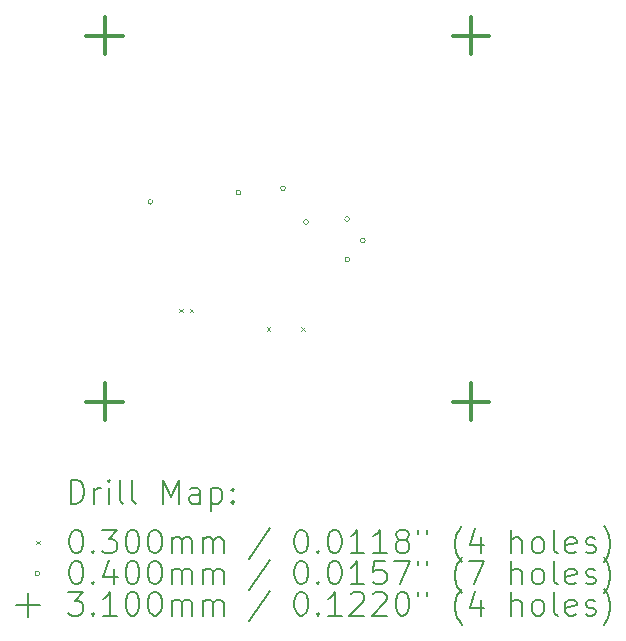
<source format=gbr>
%TF.GenerationSoftware,KiCad,Pcbnew,7.0.9*%
%TF.CreationDate,2024-01-18T20:36:03-05:00*%
%TF.ProjectId,mt6835-nema17,6d743638-3335-42d6-9e65-6d6131372e6b,rev?*%
%TF.SameCoordinates,PX85e0760PY599de50*%
%TF.FileFunction,Drillmap*%
%TF.FilePolarity,Positive*%
%FSLAX45Y45*%
G04 Gerber Fmt 4.5, Leading zero omitted, Abs format (unit mm)*
G04 Created by KiCad (PCBNEW 7.0.9) date 2024-01-18 20:36:03*
%MOMM*%
%LPD*%
G01*
G04 APERTURE LIST*
%ADD10C,0.200000*%
%ADD11C,0.100000*%
%ADD12C,0.310000*%
G04 APERTURE END LIST*
D10*
D11*
X-922000Y-762000D02*
X-892000Y-792000D01*
X-892000Y-762000D02*
X-922000Y-792000D01*
X-831000Y-762000D02*
X-801000Y-792000D01*
X-801000Y-762000D02*
X-831000Y-792000D01*
X-178000Y-920000D02*
X-148000Y-950000D01*
X-148000Y-920000D02*
X-178000Y-950000D01*
X112000Y-921000D02*
X142000Y-951000D01*
X142000Y-921000D02*
X112000Y-951000D01*
X-1145000Y142000D02*
G75*
G03*
X-1145000Y142000I-20000J0D01*
G01*
X-398000Y221000D02*
G75*
G03*
X-398000Y221000I-20000J0D01*
G01*
X-21000Y257000D02*
G75*
G03*
X-21000Y257000I-20000J0D01*
G01*
X174000Y-29000D02*
G75*
G03*
X174000Y-29000I-20000J0D01*
G01*
X522000Y-3000D02*
G75*
G03*
X522000Y-3000I-20000J0D01*
G01*
X524000Y-345000D02*
G75*
G03*
X524000Y-345000I-20000J0D01*
G01*
X655000Y-183000D02*
G75*
G03*
X655000Y-183000I-20000J0D01*
G01*
D12*
X-1550000Y1705000D02*
X-1550000Y1395000D01*
X-1705000Y1550000D02*
X-1395000Y1550000D01*
X-1550000Y-1395000D02*
X-1550000Y-1705000D01*
X-1705000Y-1550000D02*
X-1395000Y-1550000D01*
X1550000Y1705000D02*
X1550000Y1395000D01*
X1395000Y1550000D02*
X1705000Y1550000D01*
X1550000Y-1395000D02*
X1550000Y-1705000D01*
X1395000Y-1550000D02*
X1705000Y-1550000D01*
D10*
X-1840023Y-2412284D02*
X-1840023Y-2212284D01*
X-1840023Y-2212284D02*
X-1792404Y-2212284D01*
X-1792404Y-2212284D02*
X-1763833Y-2221808D01*
X-1763833Y-2221808D02*
X-1744785Y-2240855D01*
X-1744785Y-2240855D02*
X-1735261Y-2259903D01*
X-1735261Y-2259903D02*
X-1725737Y-2297998D01*
X-1725737Y-2297998D02*
X-1725737Y-2326570D01*
X-1725737Y-2326570D02*
X-1735261Y-2364665D01*
X-1735261Y-2364665D02*
X-1744785Y-2383712D01*
X-1744785Y-2383712D02*
X-1763833Y-2402760D01*
X-1763833Y-2402760D02*
X-1792404Y-2412284D01*
X-1792404Y-2412284D02*
X-1840023Y-2412284D01*
X-1640023Y-2412284D02*
X-1640023Y-2278950D01*
X-1640023Y-2317046D02*
X-1630499Y-2297998D01*
X-1630499Y-2297998D02*
X-1620976Y-2288474D01*
X-1620976Y-2288474D02*
X-1601928Y-2278950D01*
X-1601928Y-2278950D02*
X-1582880Y-2278950D01*
X-1516214Y-2412284D02*
X-1516214Y-2278950D01*
X-1516214Y-2212284D02*
X-1525737Y-2221808D01*
X-1525737Y-2221808D02*
X-1516214Y-2231331D01*
X-1516214Y-2231331D02*
X-1506690Y-2221808D01*
X-1506690Y-2221808D02*
X-1516214Y-2212284D01*
X-1516214Y-2212284D02*
X-1516214Y-2231331D01*
X-1392404Y-2412284D02*
X-1411452Y-2402760D01*
X-1411452Y-2402760D02*
X-1420976Y-2383712D01*
X-1420976Y-2383712D02*
X-1420976Y-2212284D01*
X-1287642Y-2412284D02*
X-1306690Y-2402760D01*
X-1306690Y-2402760D02*
X-1316214Y-2383712D01*
X-1316214Y-2383712D02*
X-1316214Y-2212284D01*
X-1059071Y-2412284D02*
X-1059071Y-2212284D01*
X-1059071Y-2212284D02*
X-992404Y-2355141D01*
X-992404Y-2355141D02*
X-925737Y-2212284D01*
X-925737Y-2212284D02*
X-925737Y-2412284D01*
X-744785Y-2412284D02*
X-744785Y-2307522D01*
X-744785Y-2307522D02*
X-754309Y-2288474D01*
X-754309Y-2288474D02*
X-773356Y-2278950D01*
X-773356Y-2278950D02*
X-811452Y-2278950D01*
X-811452Y-2278950D02*
X-830499Y-2288474D01*
X-744785Y-2402760D02*
X-763833Y-2412284D01*
X-763833Y-2412284D02*
X-811452Y-2412284D01*
X-811452Y-2412284D02*
X-830499Y-2402760D01*
X-830499Y-2402760D02*
X-840023Y-2383712D01*
X-840023Y-2383712D02*
X-840023Y-2364665D01*
X-840023Y-2364665D02*
X-830499Y-2345617D01*
X-830499Y-2345617D02*
X-811452Y-2336093D01*
X-811452Y-2336093D02*
X-763833Y-2336093D01*
X-763833Y-2336093D02*
X-744785Y-2326570D01*
X-649547Y-2278950D02*
X-649547Y-2478950D01*
X-649547Y-2288474D02*
X-630499Y-2278950D01*
X-630499Y-2278950D02*
X-592404Y-2278950D01*
X-592404Y-2278950D02*
X-573357Y-2288474D01*
X-573357Y-2288474D02*
X-563833Y-2297998D01*
X-563833Y-2297998D02*
X-554309Y-2317046D01*
X-554309Y-2317046D02*
X-554309Y-2374189D01*
X-554309Y-2374189D02*
X-563833Y-2393236D01*
X-563833Y-2393236D02*
X-573357Y-2402760D01*
X-573357Y-2402760D02*
X-592404Y-2412284D01*
X-592404Y-2412284D02*
X-630499Y-2412284D01*
X-630499Y-2412284D02*
X-649547Y-2402760D01*
X-468595Y-2393236D02*
X-459071Y-2402760D01*
X-459071Y-2402760D02*
X-468595Y-2412284D01*
X-468595Y-2412284D02*
X-478118Y-2402760D01*
X-478118Y-2402760D02*
X-468595Y-2393236D01*
X-468595Y-2393236D02*
X-468595Y-2412284D01*
X-468595Y-2288474D02*
X-459071Y-2297998D01*
X-459071Y-2297998D02*
X-468595Y-2307522D01*
X-468595Y-2307522D02*
X-478118Y-2297998D01*
X-478118Y-2297998D02*
X-468595Y-2288474D01*
X-468595Y-2288474D02*
X-468595Y-2307522D01*
D11*
X-2130800Y-2725800D02*
X-2100800Y-2755800D01*
X-2100800Y-2725800D02*
X-2130800Y-2755800D01*
D10*
X-1801928Y-2632284D02*
X-1782880Y-2632284D01*
X-1782880Y-2632284D02*
X-1763833Y-2641808D01*
X-1763833Y-2641808D02*
X-1754309Y-2651331D01*
X-1754309Y-2651331D02*
X-1744785Y-2670379D01*
X-1744785Y-2670379D02*
X-1735261Y-2708474D01*
X-1735261Y-2708474D02*
X-1735261Y-2756093D01*
X-1735261Y-2756093D02*
X-1744785Y-2794189D01*
X-1744785Y-2794189D02*
X-1754309Y-2813236D01*
X-1754309Y-2813236D02*
X-1763833Y-2822760D01*
X-1763833Y-2822760D02*
X-1782880Y-2832284D01*
X-1782880Y-2832284D02*
X-1801928Y-2832284D01*
X-1801928Y-2832284D02*
X-1820976Y-2822760D01*
X-1820976Y-2822760D02*
X-1830499Y-2813236D01*
X-1830499Y-2813236D02*
X-1840023Y-2794189D01*
X-1840023Y-2794189D02*
X-1849547Y-2756093D01*
X-1849547Y-2756093D02*
X-1849547Y-2708474D01*
X-1849547Y-2708474D02*
X-1840023Y-2670379D01*
X-1840023Y-2670379D02*
X-1830499Y-2651331D01*
X-1830499Y-2651331D02*
X-1820976Y-2641808D01*
X-1820976Y-2641808D02*
X-1801928Y-2632284D01*
X-1649547Y-2813236D02*
X-1640023Y-2822760D01*
X-1640023Y-2822760D02*
X-1649547Y-2832284D01*
X-1649547Y-2832284D02*
X-1659071Y-2822760D01*
X-1659071Y-2822760D02*
X-1649547Y-2813236D01*
X-1649547Y-2813236D02*
X-1649547Y-2832284D01*
X-1573356Y-2632284D02*
X-1449547Y-2632284D01*
X-1449547Y-2632284D02*
X-1516214Y-2708474D01*
X-1516214Y-2708474D02*
X-1487642Y-2708474D01*
X-1487642Y-2708474D02*
X-1468595Y-2717998D01*
X-1468595Y-2717998D02*
X-1459071Y-2727522D01*
X-1459071Y-2727522D02*
X-1449547Y-2746570D01*
X-1449547Y-2746570D02*
X-1449547Y-2794189D01*
X-1449547Y-2794189D02*
X-1459071Y-2813236D01*
X-1459071Y-2813236D02*
X-1468595Y-2822760D01*
X-1468595Y-2822760D02*
X-1487642Y-2832284D01*
X-1487642Y-2832284D02*
X-1544785Y-2832284D01*
X-1544785Y-2832284D02*
X-1563833Y-2822760D01*
X-1563833Y-2822760D02*
X-1573356Y-2813236D01*
X-1325738Y-2632284D02*
X-1306690Y-2632284D01*
X-1306690Y-2632284D02*
X-1287642Y-2641808D01*
X-1287642Y-2641808D02*
X-1278118Y-2651331D01*
X-1278118Y-2651331D02*
X-1268595Y-2670379D01*
X-1268595Y-2670379D02*
X-1259071Y-2708474D01*
X-1259071Y-2708474D02*
X-1259071Y-2756093D01*
X-1259071Y-2756093D02*
X-1268595Y-2794189D01*
X-1268595Y-2794189D02*
X-1278118Y-2813236D01*
X-1278118Y-2813236D02*
X-1287642Y-2822760D01*
X-1287642Y-2822760D02*
X-1306690Y-2832284D01*
X-1306690Y-2832284D02*
X-1325738Y-2832284D01*
X-1325738Y-2832284D02*
X-1344785Y-2822760D01*
X-1344785Y-2822760D02*
X-1354309Y-2813236D01*
X-1354309Y-2813236D02*
X-1363833Y-2794189D01*
X-1363833Y-2794189D02*
X-1373357Y-2756093D01*
X-1373357Y-2756093D02*
X-1373357Y-2708474D01*
X-1373357Y-2708474D02*
X-1363833Y-2670379D01*
X-1363833Y-2670379D02*
X-1354309Y-2651331D01*
X-1354309Y-2651331D02*
X-1344785Y-2641808D01*
X-1344785Y-2641808D02*
X-1325738Y-2632284D01*
X-1135261Y-2632284D02*
X-1116214Y-2632284D01*
X-1116214Y-2632284D02*
X-1097166Y-2641808D01*
X-1097166Y-2641808D02*
X-1087642Y-2651331D01*
X-1087642Y-2651331D02*
X-1078118Y-2670379D01*
X-1078118Y-2670379D02*
X-1068595Y-2708474D01*
X-1068595Y-2708474D02*
X-1068595Y-2756093D01*
X-1068595Y-2756093D02*
X-1078118Y-2794189D01*
X-1078118Y-2794189D02*
X-1087642Y-2813236D01*
X-1087642Y-2813236D02*
X-1097166Y-2822760D01*
X-1097166Y-2822760D02*
X-1116214Y-2832284D01*
X-1116214Y-2832284D02*
X-1135261Y-2832284D01*
X-1135261Y-2832284D02*
X-1154309Y-2822760D01*
X-1154309Y-2822760D02*
X-1163833Y-2813236D01*
X-1163833Y-2813236D02*
X-1173357Y-2794189D01*
X-1173357Y-2794189D02*
X-1182880Y-2756093D01*
X-1182880Y-2756093D02*
X-1182880Y-2708474D01*
X-1182880Y-2708474D02*
X-1173357Y-2670379D01*
X-1173357Y-2670379D02*
X-1163833Y-2651331D01*
X-1163833Y-2651331D02*
X-1154309Y-2641808D01*
X-1154309Y-2641808D02*
X-1135261Y-2632284D01*
X-982880Y-2832284D02*
X-982880Y-2698950D01*
X-982880Y-2717998D02*
X-973356Y-2708474D01*
X-973356Y-2708474D02*
X-954309Y-2698950D01*
X-954309Y-2698950D02*
X-925737Y-2698950D01*
X-925737Y-2698950D02*
X-906690Y-2708474D01*
X-906690Y-2708474D02*
X-897166Y-2727522D01*
X-897166Y-2727522D02*
X-897166Y-2832284D01*
X-897166Y-2727522D02*
X-887642Y-2708474D01*
X-887642Y-2708474D02*
X-868595Y-2698950D01*
X-868595Y-2698950D02*
X-840023Y-2698950D01*
X-840023Y-2698950D02*
X-820975Y-2708474D01*
X-820975Y-2708474D02*
X-811452Y-2727522D01*
X-811452Y-2727522D02*
X-811452Y-2832284D01*
X-716214Y-2832284D02*
X-716214Y-2698950D01*
X-716214Y-2717998D02*
X-706690Y-2708474D01*
X-706690Y-2708474D02*
X-687642Y-2698950D01*
X-687642Y-2698950D02*
X-659071Y-2698950D01*
X-659071Y-2698950D02*
X-640023Y-2708474D01*
X-640023Y-2708474D02*
X-630499Y-2727522D01*
X-630499Y-2727522D02*
X-630499Y-2832284D01*
X-630499Y-2727522D02*
X-620976Y-2708474D01*
X-620976Y-2708474D02*
X-601928Y-2698950D01*
X-601928Y-2698950D02*
X-573357Y-2698950D01*
X-573357Y-2698950D02*
X-554309Y-2708474D01*
X-554309Y-2708474D02*
X-544785Y-2727522D01*
X-544785Y-2727522D02*
X-544785Y-2832284D01*
X-154309Y-2622760D02*
X-325737Y-2879903D01*
X102834Y-2632284D02*
X121882Y-2632284D01*
X121882Y-2632284D02*
X140929Y-2641808D01*
X140929Y-2641808D02*
X150453Y-2651331D01*
X150453Y-2651331D02*
X159977Y-2670379D01*
X159977Y-2670379D02*
X169501Y-2708474D01*
X169501Y-2708474D02*
X169501Y-2756093D01*
X169501Y-2756093D02*
X159977Y-2794189D01*
X159977Y-2794189D02*
X150453Y-2813236D01*
X150453Y-2813236D02*
X140929Y-2822760D01*
X140929Y-2822760D02*
X121882Y-2832284D01*
X121882Y-2832284D02*
X102834Y-2832284D01*
X102834Y-2832284D02*
X83787Y-2822760D01*
X83787Y-2822760D02*
X74263Y-2813236D01*
X74263Y-2813236D02*
X64739Y-2794189D01*
X64739Y-2794189D02*
X55215Y-2756093D01*
X55215Y-2756093D02*
X55215Y-2708474D01*
X55215Y-2708474D02*
X64739Y-2670379D01*
X64739Y-2670379D02*
X74263Y-2651331D01*
X74263Y-2651331D02*
X83787Y-2641808D01*
X83787Y-2641808D02*
X102834Y-2632284D01*
X255215Y-2813236D02*
X264739Y-2822760D01*
X264739Y-2822760D02*
X255215Y-2832284D01*
X255215Y-2832284D02*
X245691Y-2822760D01*
X245691Y-2822760D02*
X255215Y-2813236D01*
X255215Y-2813236D02*
X255215Y-2832284D01*
X388548Y-2632284D02*
X407596Y-2632284D01*
X407596Y-2632284D02*
X426644Y-2641808D01*
X426644Y-2641808D02*
X436167Y-2651331D01*
X436167Y-2651331D02*
X445691Y-2670379D01*
X445691Y-2670379D02*
X455215Y-2708474D01*
X455215Y-2708474D02*
X455215Y-2756093D01*
X455215Y-2756093D02*
X445691Y-2794189D01*
X445691Y-2794189D02*
X436167Y-2813236D01*
X436167Y-2813236D02*
X426644Y-2822760D01*
X426644Y-2822760D02*
X407596Y-2832284D01*
X407596Y-2832284D02*
X388548Y-2832284D01*
X388548Y-2832284D02*
X369501Y-2822760D01*
X369501Y-2822760D02*
X359977Y-2813236D01*
X359977Y-2813236D02*
X350453Y-2794189D01*
X350453Y-2794189D02*
X340929Y-2756093D01*
X340929Y-2756093D02*
X340929Y-2708474D01*
X340929Y-2708474D02*
X350453Y-2670379D01*
X350453Y-2670379D02*
X359977Y-2651331D01*
X359977Y-2651331D02*
X369501Y-2641808D01*
X369501Y-2641808D02*
X388548Y-2632284D01*
X645691Y-2832284D02*
X531406Y-2832284D01*
X588548Y-2832284D02*
X588548Y-2632284D01*
X588548Y-2632284D02*
X569501Y-2660855D01*
X569501Y-2660855D02*
X550453Y-2679903D01*
X550453Y-2679903D02*
X531406Y-2689427D01*
X836167Y-2832284D02*
X721882Y-2832284D01*
X779025Y-2832284D02*
X779025Y-2632284D01*
X779025Y-2632284D02*
X759977Y-2660855D01*
X759977Y-2660855D02*
X740929Y-2679903D01*
X740929Y-2679903D02*
X721882Y-2689427D01*
X950453Y-2717998D02*
X931406Y-2708474D01*
X931406Y-2708474D02*
X921882Y-2698950D01*
X921882Y-2698950D02*
X912358Y-2679903D01*
X912358Y-2679903D02*
X912358Y-2670379D01*
X912358Y-2670379D02*
X921882Y-2651331D01*
X921882Y-2651331D02*
X931406Y-2641808D01*
X931406Y-2641808D02*
X950453Y-2632284D01*
X950453Y-2632284D02*
X988548Y-2632284D01*
X988548Y-2632284D02*
X1007596Y-2641808D01*
X1007596Y-2641808D02*
X1017120Y-2651331D01*
X1017120Y-2651331D02*
X1026644Y-2670379D01*
X1026644Y-2670379D02*
X1026644Y-2679903D01*
X1026644Y-2679903D02*
X1017120Y-2698950D01*
X1017120Y-2698950D02*
X1007596Y-2708474D01*
X1007596Y-2708474D02*
X988548Y-2717998D01*
X988548Y-2717998D02*
X950453Y-2717998D01*
X950453Y-2717998D02*
X931406Y-2727522D01*
X931406Y-2727522D02*
X921882Y-2737046D01*
X921882Y-2737046D02*
X912358Y-2756093D01*
X912358Y-2756093D02*
X912358Y-2794189D01*
X912358Y-2794189D02*
X921882Y-2813236D01*
X921882Y-2813236D02*
X931406Y-2822760D01*
X931406Y-2822760D02*
X950453Y-2832284D01*
X950453Y-2832284D02*
X988548Y-2832284D01*
X988548Y-2832284D02*
X1007596Y-2822760D01*
X1007596Y-2822760D02*
X1017120Y-2813236D01*
X1017120Y-2813236D02*
X1026644Y-2794189D01*
X1026644Y-2794189D02*
X1026644Y-2756093D01*
X1026644Y-2756093D02*
X1017120Y-2737046D01*
X1017120Y-2737046D02*
X1007596Y-2727522D01*
X1007596Y-2727522D02*
X988548Y-2717998D01*
X1102834Y-2632284D02*
X1102834Y-2670379D01*
X1179025Y-2632284D02*
X1179025Y-2670379D01*
X1474263Y-2908474D02*
X1464739Y-2898950D01*
X1464739Y-2898950D02*
X1445691Y-2870379D01*
X1445691Y-2870379D02*
X1436168Y-2851331D01*
X1436168Y-2851331D02*
X1426644Y-2822760D01*
X1426644Y-2822760D02*
X1417120Y-2775141D01*
X1417120Y-2775141D02*
X1417120Y-2737046D01*
X1417120Y-2737046D02*
X1426644Y-2689427D01*
X1426644Y-2689427D02*
X1436168Y-2660855D01*
X1436168Y-2660855D02*
X1445691Y-2641808D01*
X1445691Y-2641808D02*
X1464739Y-2613236D01*
X1464739Y-2613236D02*
X1474263Y-2603712D01*
X1636168Y-2698950D02*
X1636168Y-2832284D01*
X1588548Y-2622760D02*
X1540929Y-2765617D01*
X1540929Y-2765617D02*
X1664739Y-2765617D01*
X1893310Y-2832284D02*
X1893310Y-2632284D01*
X1979025Y-2832284D02*
X1979025Y-2727522D01*
X1979025Y-2727522D02*
X1969501Y-2708474D01*
X1969501Y-2708474D02*
X1950453Y-2698950D01*
X1950453Y-2698950D02*
X1921882Y-2698950D01*
X1921882Y-2698950D02*
X1902834Y-2708474D01*
X1902834Y-2708474D02*
X1893310Y-2717998D01*
X2102834Y-2832284D02*
X2083787Y-2822760D01*
X2083787Y-2822760D02*
X2074263Y-2813236D01*
X2074263Y-2813236D02*
X2064739Y-2794189D01*
X2064739Y-2794189D02*
X2064739Y-2737046D01*
X2064739Y-2737046D02*
X2074263Y-2717998D01*
X2074263Y-2717998D02*
X2083787Y-2708474D01*
X2083787Y-2708474D02*
X2102834Y-2698950D01*
X2102834Y-2698950D02*
X2131406Y-2698950D01*
X2131406Y-2698950D02*
X2150453Y-2708474D01*
X2150453Y-2708474D02*
X2159977Y-2717998D01*
X2159977Y-2717998D02*
X2169501Y-2737046D01*
X2169501Y-2737046D02*
X2169501Y-2794189D01*
X2169501Y-2794189D02*
X2159977Y-2813236D01*
X2159977Y-2813236D02*
X2150453Y-2822760D01*
X2150453Y-2822760D02*
X2131406Y-2832284D01*
X2131406Y-2832284D02*
X2102834Y-2832284D01*
X2283787Y-2832284D02*
X2264739Y-2822760D01*
X2264739Y-2822760D02*
X2255215Y-2803712D01*
X2255215Y-2803712D02*
X2255215Y-2632284D01*
X2436168Y-2822760D02*
X2417120Y-2832284D01*
X2417120Y-2832284D02*
X2379025Y-2832284D01*
X2379025Y-2832284D02*
X2359977Y-2822760D01*
X2359977Y-2822760D02*
X2350453Y-2803712D01*
X2350453Y-2803712D02*
X2350453Y-2727522D01*
X2350453Y-2727522D02*
X2359977Y-2708474D01*
X2359977Y-2708474D02*
X2379025Y-2698950D01*
X2379025Y-2698950D02*
X2417120Y-2698950D01*
X2417120Y-2698950D02*
X2436168Y-2708474D01*
X2436168Y-2708474D02*
X2445692Y-2727522D01*
X2445692Y-2727522D02*
X2445692Y-2746570D01*
X2445692Y-2746570D02*
X2350453Y-2765617D01*
X2521882Y-2822760D02*
X2540930Y-2832284D01*
X2540930Y-2832284D02*
X2579025Y-2832284D01*
X2579025Y-2832284D02*
X2598073Y-2822760D01*
X2598073Y-2822760D02*
X2607596Y-2803712D01*
X2607596Y-2803712D02*
X2607596Y-2794189D01*
X2607596Y-2794189D02*
X2598073Y-2775141D01*
X2598073Y-2775141D02*
X2579025Y-2765617D01*
X2579025Y-2765617D02*
X2550453Y-2765617D01*
X2550453Y-2765617D02*
X2531406Y-2756093D01*
X2531406Y-2756093D02*
X2521882Y-2737046D01*
X2521882Y-2737046D02*
X2521882Y-2727522D01*
X2521882Y-2727522D02*
X2531406Y-2708474D01*
X2531406Y-2708474D02*
X2550453Y-2698950D01*
X2550453Y-2698950D02*
X2579025Y-2698950D01*
X2579025Y-2698950D02*
X2598073Y-2708474D01*
X2674263Y-2908474D02*
X2683787Y-2898950D01*
X2683787Y-2898950D02*
X2702834Y-2870379D01*
X2702834Y-2870379D02*
X2712358Y-2851331D01*
X2712358Y-2851331D02*
X2721882Y-2822760D01*
X2721882Y-2822760D02*
X2731406Y-2775141D01*
X2731406Y-2775141D02*
X2731406Y-2737046D01*
X2731406Y-2737046D02*
X2721882Y-2689427D01*
X2721882Y-2689427D02*
X2712358Y-2660855D01*
X2712358Y-2660855D02*
X2702834Y-2641808D01*
X2702834Y-2641808D02*
X2683787Y-2613236D01*
X2683787Y-2613236D02*
X2674263Y-2603712D01*
D11*
X-2100800Y-3004800D02*
G75*
G03*
X-2100800Y-3004800I-20000J0D01*
G01*
D10*
X-1801928Y-2896284D02*
X-1782880Y-2896284D01*
X-1782880Y-2896284D02*
X-1763833Y-2905808D01*
X-1763833Y-2905808D02*
X-1754309Y-2915331D01*
X-1754309Y-2915331D02*
X-1744785Y-2934379D01*
X-1744785Y-2934379D02*
X-1735261Y-2972474D01*
X-1735261Y-2972474D02*
X-1735261Y-3020093D01*
X-1735261Y-3020093D02*
X-1744785Y-3058188D01*
X-1744785Y-3058188D02*
X-1754309Y-3077236D01*
X-1754309Y-3077236D02*
X-1763833Y-3086760D01*
X-1763833Y-3086760D02*
X-1782880Y-3096284D01*
X-1782880Y-3096284D02*
X-1801928Y-3096284D01*
X-1801928Y-3096284D02*
X-1820976Y-3086760D01*
X-1820976Y-3086760D02*
X-1830499Y-3077236D01*
X-1830499Y-3077236D02*
X-1840023Y-3058188D01*
X-1840023Y-3058188D02*
X-1849547Y-3020093D01*
X-1849547Y-3020093D02*
X-1849547Y-2972474D01*
X-1849547Y-2972474D02*
X-1840023Y-2934379D01*
X-1840023Y-2934379D02*
X-1830499Y-2915331D01*
X-1830499Y-2915331D02*
X-1820976Y-2905808D01*
X-1820976Y-2905808D02*
X-1801928Y-2896284D01*
X-1649547Y-3077236D02*
X-1640023Y-3086760D01*
X-1640023Y-3086760D02*
X-1649547Y-3096284D01*
X-1649547Y-3096284D02*
X-1659071Y-3086760D01*
X-1659071Y-3086760D02*
X-1649547Y-3077236D01*
X-1649547Y-3077236D02*
X-1649547Y-3096284D01*
X-1468595Y-2962950D02*
X-1468595Y-3096284D01*
X-1516214Y-2886760D02*
X-1563833Y-3029617D01*
X-1563833Y-3029617D02*
X-1440023Y-3029617D01*
X-1325738Y-2896284D02*
X-1306690Y-2896284D01*
X-1306690Y-2896284D02*
X-1287642Y-2905808D01*
X-1287642Y-2905808D02*
X-1278118Y-2915331D01*
X-1278118Y-2915331D02*
X-1268595Y-2934379D01*
X-1268595Y-2934379D02*
X-1259071Y-2972474D01*
X-1259071Y-2972474D02*
X-1259071Y-3020093D01*
X-1259071Y-3020093D02*
X-1268595Y-3058188D01*
X-1268595Y-3058188D02*
X-1278118Y-3077236D01*
X-1278118Y-3077236D02*
X-1287642Y-3086760D01*
X-1287642Y-3086760D02*
X-1306690Y-3096284D01*
X-1306690Y-3096284D02*
X-1325738Y-3096284D01*
X-1325738Y-3096284D02*
X-1344785Y-3086760D01*
X-1344785Y-3086760D02*
X-1354309Y-3077236D01*
X-1354309Y-3077236D02*
X-1363833Y-3058188D01*
X-1363833Y-3058188D02*
X-1373357Y-3020093D01*
X-1373357Y-3020093D02*
X-1373357Y-2972474D01*
X-1373357Y-2972474D02*
X-1363833Y-2934379D01*
X-1363833Y-2934379D02*
X-1354309Y-2915331D01*
X-1354309Y-2915331D02*
X-1344785Y-2905808D01*
X-1344785Y-2905808D02*
X-1325738Y-2896284D01*
X-1135261Y-2896284D02*
X-1116214Y-2896284D01*
X-1116214Y-2896284D02*
X-1097166Y-2905808D01*
X-1097166Y-2905808D02*
X-1087642Y-2915331D01*
X-1087642Y-2915331D02*
X-1078118Y-2934379D01*
X-1078118Y-2934379D02*
X-1068595Y-2972474D01*
X-1068595Y-2972474D02*
X-1068595Y-3020093D01*
X-1068595Y-3020093D02*
X-1078118Y-3058188D01*
X-1078118Y-3058188D02*
X-1087642Y-3077236D01*
X-1087642Y-3077236D02*
X-1097166Y-3086760D01*
X-1097166Y-3086760D02*
X-1116214Y-3096284D01*
X-1116214Y-3096284D02*
X-1135261Y-3096284D01*
X-1135261Y-3096284D02*
X-1154309Y-3086760D01*
X-1154309Y-3086760D02*
X-1163833Y-3077236D01*
X-1163833Y-3077236D02*
X-1173357Y-3058188D01*
X-1173357Y-3058188D02*
X-1182880Y-3020093D01*
X-1182880Y-3020093D02*
X-1182880Y-2972474D01*
X-1182880Y-2972474D02*
X-1173357Y-2934379D01*
X-1173357Y-2934379D02*
X-1163833Y-2915331D01*
X-1163833Y-2915331D02*
X-1154309Y-2905808D01*
X-1154309Y-2905808D02*
X-1135261Y-2896284D01*
X-982880Y-3096284D02*
X-982880Y-2962950D01*
X-982880Y-2981998D02*
X-973356Y-2972474D01*
X-973356Y-2972474D02*
X-954309Y-2962950D01*
X-954309Y-2962950D02*
X-925737Y-2962950D01*
X-925737Y-2962950D02*
X-906690Y-2972474D01*
X-906690Y-2972474D02*
X-897166Y-2991522D01*
X-897166Y-2991522D02*
X-897166Y-3096284D01*
X-897166Y-2991522D02*
X-887642Y-2972474D01*
X-887642Y-2972474D02*
X-868595Y-2962950D01*
X-868595Y-2962950D02*
X-840023Y-2962950D01*
X-840023Y-2962950D02*
X-820975Y-2972474D01*
X-820975Y-2972474D02*
X-811452Y-2991522D01*
X-811452Y-2991522D02*
X-811452Y-3096284D01*
X-716214Y-3096284D02*
X-716214Y-2962950D01*
X-716214Y-2981998D02*
X-706690Y-2972474D01*
X-706690Y-2972474D02*
X-687642Y-2962950D01*
X-687642Y-2962950D02*
X-659071Y-2962950D01*
X-659071Y-2962950D02*
X-640023Y-2972474D01*
X-640023Y-2972474D02*
X-630499Y-2991522D01*
X-630499Y-2991522D02*
X-630499Y-3096284D01*
X-630499Y-2991522D02*
X-620976Y-2972474D01*
X-620976Y-2972474D02*
X-601928Y-2962950D01*
X-601928Y-2962950D02*
X-573357Y-2962950D01*
X-573357Y-2962950D02*
X-554309Y-2972474D01*
X-554309Y-2972474D02*
X-544785Y-2991522D01*
X-544785Y-2991522D02*
X-544785Y-3096284D01*
X-154309Y-2886760D02*
X-325737Y-3143903D01*
X102834Y-2896284D02*
X121882Y-2896284D01*
X121882Y-2896284D02*
X140929Y-2905808D01*
X140929Y-2905808D02*
X150453Y-2915331D01*
X150453Y-2915331D02*
X159977Y-2934379D01*
X159977Y-2934379D02*
X169501Y-2972474D01*
X169501Y-2972474D02*
X169501Y-3020093D01*
X169501Y-3020093D02*
X159977Y-3058188D01*
X159977Y-3058188D02*
X150453Y-3077236D01*
X150453Y-3077236D02*
X140929Y-3086760D01*
X140929Y-3086760D02*
X121882Y-3096284D01*
X121882Y-3096284D02*
X102834Y-3096284D01*
X102834Y-3096284D02*
X83787Y-3086760D01*
X83787Y-3086760D02*
X74263Y-3077236D01*
X74263Y-3077236D02*
X64739Y-3058188D01*
X64739Y-3058188D02*
X55215Y-3020093D01*
X55215Y-3020093D02*
X55215Y-2972474D01*
X55215Y-2972474D02*
X64739Y-2934379D01*
X64739Y-2934379D02*
X74263Y-2915331D01*
X74263Y-2915331D02*
X83787Y-2905808D01*
X83787Y-2905808D02*
X102834Y-2896284D01*
X255215Y-3077236D02*
X264739Y-3086760D01*
X264739Y-3086760D02*
X255215Y-3096284D01*
X255215Y-3096284D02*
X245691Y-3086760D01*
X245691Y-3086760D02*
X255215Y-3077236D01*
X255215Y-3077236D02*
X255215Y-3096284D01*
X388548Y-2896284D02*
X407596Y-2896284D01*
X407596Y-2896284D02*
X426644Y-2905808D01*
X426644Y-2905808D02*
X436167Y-2915331D01*
X436167Y-2915331D02*
X445691Y-2934379D01*
X445691Y-2934379D02*
X455215Y-2972474D01*
X455215Y-2972474D02*
X455215Y-3020093D01*
X455215Y-3020093D02*
X445691Y-3058188D01*
X445691Y-3058188D02*
X436167Y-3077236D01*
X436167Y-3077236D02*
X426644Y-3086760D01*
X426644Y-3086760D02*
X407596Y-3096284D01*
X407596Y-3096284D02*
X388548Y-3096284D01*
X388548Y-3096284D02*
X369501Y-3086760D01*
X369501Y-3086760D02*
X359977Y-3077236D01*
X359977Y-3077236D02*
X350453Y-3058188D01*
X350453Y-3058188D02*
X340929Y-3020093D01*
X340929Y-3020093D02*
X340929Y-2972474D01*
X340929Y-2972474D02*
X350453Y-2934379D01*
X350453Y-2934379D02*
X359977Y-2915331D01*
X359977Y-2915331D02*
X369501Y-2905808D01*
X369501Y-2905808D02*
X388548Y-2896284D01*
X645691Y-3096284D02*
X531406Y-3096284D01*
X588548Y-3096284D02*
X588548Y-2896284D01*
X588548Y-2896284D02*
X569501Y-2924855D01*
X569501Y-2924855D02*
X550453Y-2943903D01*
X550453Y-2943903D02*
X531406Y-2953427D01*
X826644Y-2896284D02*
X731406Y-2896284D01*
X731406Y-2896284D02*
X721882Y-2991522D01*
X721882Y-2991522D02*
X731406Y-2981998D01*
X731406Y-2981998D02*
X750453Y-2972474D01*
X750453Y-2972474D02*
X798072Y-2972474D01*
X798072Y-2972474D02*
X817120Y-2981998D01*
X817120Y-2981998D02*
X826644Y-2991522D01*
X826644Y-2991522D02*
X836167Y-3010569D01*
X836167Y-3010569D02*
X836167Y-3058188D01*
X836167Y-3058188D02*
X826644Y-3077236D01*
X826644Y-3077236D02*
X817120Y-3086760D01*
X817120Y-3086760D02*
X798072Y-3096284D01*
X798072Y-3096284D02*
X750453Y-3096284D01*
X750453Y-3096284D02*
X731406Y-3086760D01*
X731406Y-3086760D02*
X721882Y-3077236D01*
X902834Y-2896284D02*
X1036167Y-2896284D01*
X1036167Y-2896284D02*
X950453Y-3096284D01*
X1102834Y-2896284D02*
X1102834Y-2934379D01*
X1179025Y-2896284D02*
X1179025Y-2934379D01*
X1474263Y-3172474D02*
X1464739Y-3162950D01*
X1464739Y-3162950D02*
X1445691Y-3134379D01*
X1445691Y-3134379D02*
X1436168Y-3115331D01*
X1436168Y-3115331D02*
X1426644Y-3086760D01*
X1426644Y-3086760D02*
X1417120Y-3039141D01*
X1417120Y-3039141D02*
X1417120Y-3001046D01*
X1417120Y-3001046D02*
X1426644Y-2953427D01*
X1426644Y-2953427D02*
X1436168Y-2924855D01*
X1436168Y-2924855D02*
X1445691Y-2905808D01*
X1445691Y-2905808D02*
X1464739Y-2877236D01*
X1464739Y-2877236D02*
X1474263Y-2867712D01*
X1531406Y-2896284D02*
X1664739Y-2896284D01*
X1664739Y-2896284D02*
X1579025Y-3096284D01*
X1893310Y-3096284D02*
X1893310Y-2896284D01*
X1979025Y-3096284D02*
X1979025Y-2991522D01*
X1979025Y-2991522D02*
X1969501Y-2972474D01*
X1969501Y-2972474D02*
X1950453Y-2962950D01*
X1950453Y-2962950D02*
X1921882Y-2962950D01*
X1921882Y-2962950D02*
X1902834Y-2972474D01*
X1902834Y-2972474D02*
X1893310Y-2981998D01*
X2102834Y-3096284D02*
X2083787Y-3086760D01*
X2083787Y-3086760D02*
X2074263Y-3077236D01*
X2074263Y-3077236D02*
X2064739Y-3058188D01*
X2064739Y-3058188D02*
X2064739Y-3001046D01*
X2064739Y-3001046D02*
X2074263Y-2981998D01*
X2074263Y-2981998D02*
X2083787Y-2972474D01*
X2083787Y-2972474D02*
X2102834Y-2962950D01*
X2102834Y-2962950D02*
X2131406Y-2962950D01*
X2131406Y-2962950D02*
X2150453Y-2972474D01*
X2150453Y-2972474D02*
X2159977Y-2981998D01*
X2159977Y-2981998D02*
X2169501Y-3001046D01*
X2169501Y-3001046D02*
X2169501Y-3058188D01*
X2169501Y-3058188D02*
X2159977Y-3077236D01*
X2159977Y-3077236D02*
X2150453Y-3086760D01*
X2150453Y-3086760D02*
X2131406Y-3096284D01*
X2131406Y-3096284D02*
X2102834Y-3096284D01*
X2283787Y-3096284D02*
X2264739Y-3086760D01*
X2264739Y-3086760D02*
X2255215Y-3067712D01*
X2255215Y-3067712D02*
X2255215Y-2896284D01*
X2436168Y-3086760D02*
X2417120Y-3096284D01*
X2417120Y-3096284D02*
X2379025Y-3096284D01*
X2379025Y-3096284D02*
X2359977Y-3086760D01*
X2359977Y-3086760D02*
X2350453Y-3067712D01*
X2350453Y-3067712D02*
X2350453Y-2991522D01*
X2350453Y-2991522D02*
X2359977Y-2972474D01*
X2359977Y-2972474D02*
X2379025Y-2962950D01*
X2379025Y-2962950D02*
X2417120Y-2962950D01*
X2417120Y-2962950D02*
X2436168Y-2972474D01*
X2436168Y-2972474D02*
X2445692Y-2991522D01*
X2445692Y-2991522D02*
X2445692Y-3010569D01*
X2445692Y-3010569D02*
X2350453Y-3029617D01*
X2521882Y-3086760D02*
X2540930Y-3096284D01*
X2540930Y-3096284D02*
X2579025Y-3096284D01*
X2579025Y-3096284D02*
X2598073Y-3086760D01*
X2598073Y-3086760D02*
X2607596Y-3067712D01*
X2607596Y-3067712D02*
X2607596Y-3058188D01*
X2607596Y-3058188D02*
X2598073Y-3039141D01*
X2598073Y-3039141D02*
X2579025Y-3029617D01*
X2579025Y-3029617D02*
X2550453Y-3029617D01*
X2550453Y-3029617D02*
X2531406Y-3020093D01*
X2531406Y-3020093D02*
X2521882Y-3001046D01*
X2521882Y-3001046D02*
X2521882Y-2991522D01*
X2521882Y-2991522D02*
X2531406Y-2972474D01*
X2531406Y-2972474D02*
X2550453Y-2962950D01*
X2550453Y-2962950D02*
X2579025Y-2962950D01*
X2579025Y-2962950D02*
X2598073Y-2972474D01*
X2674263Y-3172474D02*
X2683787Y-3162950D01*
X2683787Y-3162950D02*
X2702834Y-3134379D01*
X2702834Y-3134379D02*
X2712358Y-3115331D01*
X2712358Y-3115331D02*
X2721882Y-3086760D01*
X2721882Y-3086760D02*
X2731406Y-3039141D01*
X2731406Y-3039141D02*
X2731406Y-3001046D01*
X2731406Y-3001046D02*
X2721882Y-2953427D01*
X2721882Y-2953427D02*
X2712358Y-2924855D01*
X2712358Y-2924855D02*
X2702834Y-2905808D01*
X2702834Y-2905808D02*
X2683787Y-2877236D01*
X2683787Y-2877236D02*
X2674263Y-2867712D01*
X-2200800Y-3168800D02*
X-2200800Y-3368800D01*
X-2300800Y-3268800D02*
X-2100800Y-3268800D01*
X-1859071Y-3160284D02*
X-1735261Y-3160284D01*
X-1735261Y-3160284D02*
X-1801928Y-3236474D01*
X-1801928Y-3236474D02*
X-1773356Y-3236474D01*
X-1773356Y-3236474D02*
X-1754309Y-3245998D01*
X-1754309Y-3245998D02*
X-1744785Y-3255522D01*
X-1744785Y-3255522D02*
X-1735261Y-3274569D01*
X-1735261Y-3274569D02*
X-1735261Y-3322188D01*
X-1735261Y-3322188D02*
X-1744785Y-3341236D01*
X-1744785Y-3341236D02*
X-1754309Y-3350760D01*
X-1754309Y-3350760D02*
X-1773356Y-3360284D01*
X-1773356Y-3360284D02*
X-1830499Y-3360284D01*
X-1830499Y-3360284D02*
X-1849547Y-3350760D01*
X-1849547Y-3350760D02*
X-1859071Y-3341236D01*
X-1649547Y-3341236D02*
X-1640023Y-3350760D01*
X-1640023Y-3350760D02*
X-1649547Y-3360284D01*
X-1649547Y-3360284D02*
X-1659071Y-3350760D01*
X-1659071Y-3350760D02*
X-1649547Y-3341236D01*
X-1649547Y-3341236D02*
X-1649547Y-3360284D01*
X-1449547Y-3360284D02*
X-1563833Y-3360284D01*
X-1506690Y-3360284D02*
X-1506690Y-3160284D01*
X-1506690Y-3160284D02*
X-1525737Y-3188855D01*
X-1525737Y-3188855D02*
X-1544785Y-3207903D01*
X-1544785Y-3207903D02*
X-1563833Y-3217427D01*
X-1325738Y-3160284D02*
X-1306690Y-3160284D01*
X-1306690Y-3160284D02*
X-1287642Y-3169808D01*
X-1287642Y-3169808D02*
X-1278118Y-3179331D01*
X-1278118Y-3179331D02*
X-1268595Y-3198379D01*
X-1268595Y-3198379D02*
X-1259071Y-3236474D01*
X-1259071Y-3236474D02*
X-1259071Y-3284093D01*
X-1259071Y-3284093D02*
X-1268595Y-3322188D01*
X-1268595Y-3322188D02*
X-1278118Y-3341236D01*
X-1278118Y-3341236D02*
X-1287642Y-3350760D01*
X-1287642Y-3350760D02*
X-1306690Y-3360284D01*
X-1306690Y-3360284D02*
X-1325738Y-3360284D01*
X-1325738Y-3360284D02*
X-1344785Y-3350760D01*
X-1344785Y-3350760D02*
X-1354309Y-3341236D01*
X-1354309Y-3341236D02*
X-1363833Y-3322188D01*
X-1363833Y-3322188D02*
X-1373357Y-3284093D01*
X-1373357Y-3284093D02*
X-1373357Y-3236474D01*
X-1373357Y-3236474D02*
X-1363833Y-3198379D01*
X-1363833Y-3198379D02*
X-1354309Y-3179331D01*
X-1354309Y-3179331D02*
X-1344785Y-3169808D01*
X-1344785Y-3169808D02*
X-1325738Y-3160284D01*
X-1135261Y-3160284D02*
X-1116214Y-3160284D01*
X-1116214Y-3160284D02*
X-1097166Y-3169808D01*
X-1097166Y-3169808D02*
X-1087642Y-3179331D01*
X-1087642Y-3179331D02*
X-1078118Y-3198379D01*
X-1078118Y-3198379D02*
X-1068595Y-3236474D01*
X-1068595Y-3236474D02*
X-1068595Y-3284093D01*
X-1068595Y-3284093D02*
X-1078118Y-3322188D01*
X-1078118Y-3322188D02*
X-1087642Y-3341236D01*
X-1087642Y-3341236D02*
X-1097166Y-3350760D01*
X-1097166Y-3350760D02*
X-1116214Y-3360284D01*
X-1116214Y-3360284D02*
X-1135261Y-3360284D01*
X-1135261Y-3360284D02*
X-1154309Y-3350760D01*
X-1154309Y-3350760D02*
X-1163833Y-3341236D01*
X-1163833Y-3341236D02*
X-1173357Y-3322188D01*
X-1173357Y-3322188D02*
X-1182880Y-3284093D01*
X-1182880Y-3284093D02*
X-1182880Y-3236474D01*
X-1182880Y-3236474D02*
X-1173357Y-3198379D01*
X-1173357Y-3198379D02*
X-1163833Y-3179331D01*
X-1163833Y-3179331D02*
X-1154309Y-3169808D01*
X-1154309Y-3169808D02*
X-1135261Y-3160284D01*
X-982880Y-3360284D02*
X-982880Y-3226950D01*
X-982880Y-3245998D02*
X-973356Y-3236474D01*
X-973356Y-3236474D02*
X-954309Y-3226950D01*
X-954309Y-3226950D02*
X-925737Y-3226950D01*
X-925737Y-3226950D02*
X-906690Y-3236474D01*
X-906690Y-3236474D02*
X-897166Y-3255522D01*
X-897166Y-3255522D02*
X-897166Y-3360284D01*
X-897166Y-3255522D02*
X-887642Y-3236474D01*
X-887642Y-3236474D02*
X-868595Y-3226950D01*
X-868595Y-3226950D02*
X-840023Y-3226950D01*
X-840023Y-3226950D02*
X-820975Y-3236474D01*
X-820975Y-3236474D02*
X-811452Y-3255522D01*
X-811452Y-3255522D02*
X-811452Y-3360284D01*
X-716214Y-3360284D02*
X-716214Y-3226950D01*
X-716214Y-3245998D02*
X-706690Y-3236474D01*
X-706690Y-3236474D02*
X-687642Y-3226950D01*
X-687642Y-3226950D02*
X-659071Y-3226950D01*
X-659071Y-3226950D02*
X-640023Y-3236474D01*
X-640023Y-3236474D02*
X-630499Y-3255522D01*
X-630499Y-3255522D02*
X-630499Y-3360284D01*
X-630499Y-3255522D02*
X-620976Y-3236474D01*
X-620976Y-3236474D02*
X-601928Y-3226950D01*
X-601928Y-3226950D02*
X-573357Y-3226950D01*
X-573357Y-3226950D02*
X-554309Y-3236474D01*
X-554309Y-3236474D02*
X-544785Y-3255522D01*
X-544785Y-3255522D02*
X-544785Y-3360284D01*
X-154309Y-3150760D02*
X-325737Y-3407903D01*
X102834Y-3160284D02*
X121882Y-3160284D01*
X121882Y-3160284D02*
X140929Y-3169808D01*
X140929Y-3169808D02*
X150453Y-3179331D01*
X150453Y-3179331D02*
X159977Y-3198379D01*
X159977Y-3198379D02*
X169501Y-3236474D01*
X169501Y-3236474D02*
X169501Y-3284093D01*
X169501Y-3284093D02*
X159977Y-3322188D01*
X159977Y-3322188D02*
X150453Y-3341236D01*
X150453Y-3341236D02*
X140929Y-3350760D01*
X140929Y-3350760D02*
X121882Y-3360284D01*
X121882Y-3360284D02*
X102834Y-3360284D01*
X102834Y-3360284D02*
X83787Y-3350760D01*
X83787Y-3350760D02*
X74263Y-3341236D01*
X74263Y-3341236D02*
X64739Y-3322188D01*
X64739Y-3322188D02*
X55215Y-3284093D01*
X55215Y-3284093D02*
X55215Y-3236474D01*
X55215Y-3236474D02*
X64739Y-3198379D01*
X64739Y-3198379D02*
X74263Y-3179331D01*
X74263Y-3179331D02*
X83787Y-3169808D01*
X83787Y-3169808D02*
X102834Y-3160284D01*
X255215Y-3341236D02*
X264739Y-3350760D01*
X264739Y-3350760D02*
X255215Y-3360284D01*
X255215Y-3360284D02*
X245691Y-3350760D01*
X245691Y-3350760D02*
X255215Y-3341236D01*
X255215Y-3341236D02*
X255215Y-3360284D01*
X455215Y-3360284D02*
X340929Y-3360284D01*
X398072Y-3360284D02*
X398072Y-3160284D01*
X398072Y-3160284D02*
X379025Y-3188855D01*
X379025Y-3188855D02*
X359977Y-3207903D01*
X359977Y-3207903D02*
X340929Y-3217427D01*
X531406Y-3179331D02*
X540929Y-3169808D01*
X540929Y-3169808D02*
X559977Y-3160284D01*
X559977Y-3160284D02*
X607596Y-3160284D01*
X607596Y-3160284D02*
X626644Y-3169808D01*
X626644Y-3169808D02*
X636168Y-3179331D01*
X636168Y-3179331D02*
X645691Y-3198379D01*
X645691Y-3198379D02*
X645691Y-3217427D01*
X645691Y-3217427D02*
X636168Y-3245998D01*
X636168Y-3245998D02*
X521882Y-3360284D01*
X521882Y-3360284D02*
X645691Y-3360284D01*
X721882Y-3179331D02*
X731406Y-3169808D01*
X731406Y-3169808D02*
X750453Y-3160284D01*
X750453Y-3160284D02*
X798072Y-3160284D01*
X798072Y-3160284D02*
X817120Y-3169808D01*
X817120Y-3169808D02*
X826644Y-3179331D01*
X826644Y-3179331D02*
X836167Y-3198379D01*
X836167Y-3198379D02*
X836167Y-3217427D01*
X836167Y-3217427D02*
X826644Y-3245998D01*
X826644Y-3245998D02*
X712358Y-3360284D01*
X712358Y-3360284D02*
X836167Y-3360284D01*
X959977Y-3160284D02*
X979025Y-3160284D01*
X979025Y-3160284D02*
X998072Y-3169808D01*
X998072Y-3169808D02*
X1007596Y-3179331D01*
X1007596Y-3179331D02*
X1017120Y-3198379D01*
X1017120Y-3198379D02*
X1026644Y-3236474D01*
X1026644Y-3236474D02*
X1026644Y-3284093D01*
X1026644Y-3284093D02*
X1017120Y-3322188D01*
X1017120Y-3322188D02*
X1007596Y-3341236D01*
X1007596Y-3341236D02*
X998072Y-3350760D01*
X998072Y-3350760D02*
X979025Y-3360284D01*
X979025Y-3360284D02*
X959977Y-3360284D01*
X959977Y-3360284D02*
X940929Y-3350760D01*
X940929Y-3350760D02*
X931406Y-3341236D01*
X931406Y-3341236D02*
X921882Y-3322188D01*
X921882Y-3322188D02*
X912358Y-3284093D01*
X912358Y-3284093D02*
X912358Y-3236474D01*
X912358Y-3236474D02*
X921882Y-3198379D01*
X921882Y-3198379D02*
X931406Y-3179331D01*
X931406Y-3179331D02*
X940929Y-3169808D01*
X940929Y-3169808D02*
X959977Y-3160284D01*
X1102834Y-3160284D02*
X1102834Y-3198379D01*
X1179025Y-3160284D02*
X1179025Y-3198379D01*
X1474263Y-3436474D02*
X1464739Y-3426950D01*
X1464739Y-3426950D02*
X1445691Y-3398379D01*
X1445691Y-3398379D02*
X1436168Y-3379331D01*
X1436168Y-3379331D02*
X1426644Y-3350760D01*
X1426644Y-3350760D02*
X1417120Y-3303141D01*
X1417120Y-3303141D02*
X1417120Y-3265046D01*
X1417120Y-3265046D02*
X1426644Y-3217427D01*
X1426644Y-3217427D02*
X1436168Y-3188855D01*
X1436168Y-3188855D02*
X1445691Y-3169808D01*
X1445691Y-3169808D02*
X1464739Y-3141236D01*
X1464739Y-3141236D02*
X1474263Y-3131712D01*
X1636168Y-3226950D02*
X1636168Y-3360284D01*
X1588548Y-3150760D02*
X1540929Y-3293617D01*
X1540929Y-3293617D02*
X1664739Y-3293617D01*
X1893310Y-3360284D02*
X1893310Y-3160284D01*
X1979025Y-3360284D02*
X1979025Y-3255522D01*
X1979025Y-3255522D02*
X1969501Y-3236474D01*
X1969501Y-3236474D02*
X1950453Y-3226950D01*
X1950453Y-3226950D02*
X1921882Y-3226950D01*
X1921882Y-3226950D02*
X1902834Y-3236474D01*
X1902834Y-3236474D02*
X1893310Y-3245998D01*
X2102834Y-3360284D02*
X2083787Y-3350760D01*
X2083787Y-3350760D02*
X2074263Y-3341236D01*
X2074263Y-3341236D02*
X2064739Y-3322188D01*
X2064739Y-3322188D02*
X2064739Y-3265046D01*
X2064739Y-3265046D02*
X2074263Y-3245998D01*
X2074263Y-3245998D02*
X2083787Y-3236474D01*
X2083787Y-3236474D02*
X2102834Y-3226950D01*
X2102834Y-3226950D02*
X2131406Y-3226950D01*
X2131406Y-3226950D02*
X2150453Y-3236474D01*
X2150453Y-3236474D02*
X2159977Y-3245998D01*
X2159977Y-3245998D02*
X2169501Y-3265046D01*
X2169501Y-3265046D02*
X2169501Y-3322188D01*
X2169501Y-3322188D02*
X2159977Y-3341236D01*
X2159977Y-3341236D02*
X2150453Y-3350760D01*
X2150453Y-3350760D02*
X2131406Y-3360284D01*
X2131406Y-3360284D02*
X2102834Y-3360284D01*
X2283787Y-3360284D02*
X2264739Y-3350760D01*
X2264739Y-3350760D02*
X2255215Y-3331712D01*
X2255215Y-3331712D02*
X2255215Y-3160284D01*
X2436168Y-3350760D02*
X2417120Y-3360284D01*
X2417120Y-3360284D02*
X2379025Y-3360284D01*
X2379025Y-3360284D02*
X2359977Y-3350760D01*
X2359977Y-3350760D02*
X2350453Y-3331712D01*
X2350453Y-3331712D02*
X2350453Y-3255522D01*
X2350453Y-3255522D02*
X2359977Y-3236474D01*
X2359977Y-3236474D02*
X2379025Y-3226950D01*
X2379025Y-3226950D02*
X2417120Y-3226950D01*
X2417120Y-3226950D02*
X2436168Y-3236474D01*
X2436168Y-3236474D02*
X2445692Y-3255522D01*
X2445692Y-3255522D02*
X2445692Y-3274569D01*
X2445692Y-3274569D02*
X2350453Y-3293617D01*
X2521882Y-3350760D02*
X2540930Y-3360284D01*
X2540930Y-3360284D02*
X2579025Y-3360284D01*
X2579025Y-3360284D02*
X2598073Y-3350760D01*
X2598073Y-3350760D02*
X2607596Y-3331712D01*
X2607596Y-3331712D02*
X2607596Y-3322188D01*
X2607596Y-3322188D02*
X2598073Y-3303141D01*
X2598073Y-3303141D02*
X2579025Y-3293617D01*
X2579025Y-3293617D02*
X2550453Y-3293617D01*
X2550453Y-3293617D02*
X2531406Y-3284093D01*
X2531406Y-3284093D02*
X2521882Y-3265046D01*
X2521882Y-3265046D02*
X2521882Y-3255522D01*
X2521882Y-3255522D02*
X2531406Y-3236474D01*
X2531406Y-3236474D02*
X2550453Y-3226950D01*
X2550453Y-3226950D02*
X2579025Y-3226950D01*
X2579025Y-3226950D02*
X2598073Y-3236474D01*
X2674263Y-3436474D02*
X2683787Y-3426950D01*
X2683787Y-3426950D02*
X2702834Y-3398379D01*
X2702834Y-3398379D02*
X2712358Y-3379331D01*
X2712358Y-3379331D02*
X2721882Y-3350760D01*
X2721882Y-3350760D02*
X2731406Y-3303141D01*
X2731406Y-3303141D02*
X2731406Y-3265046D01*
X2731406Y-3265046D02*
X2721882Y-3217427D01*
X2721882Y-3217427D02*
X2712358Y-3188855D01*
X2712358Y-3188855D02*
X2702834Y-3169808D01*
X2702834Y-3169808D02*
X2683787Y-3141236D01*
X2683787Y-3141236D02*
X2674263Y-3131712D01*
M02*

</source>
